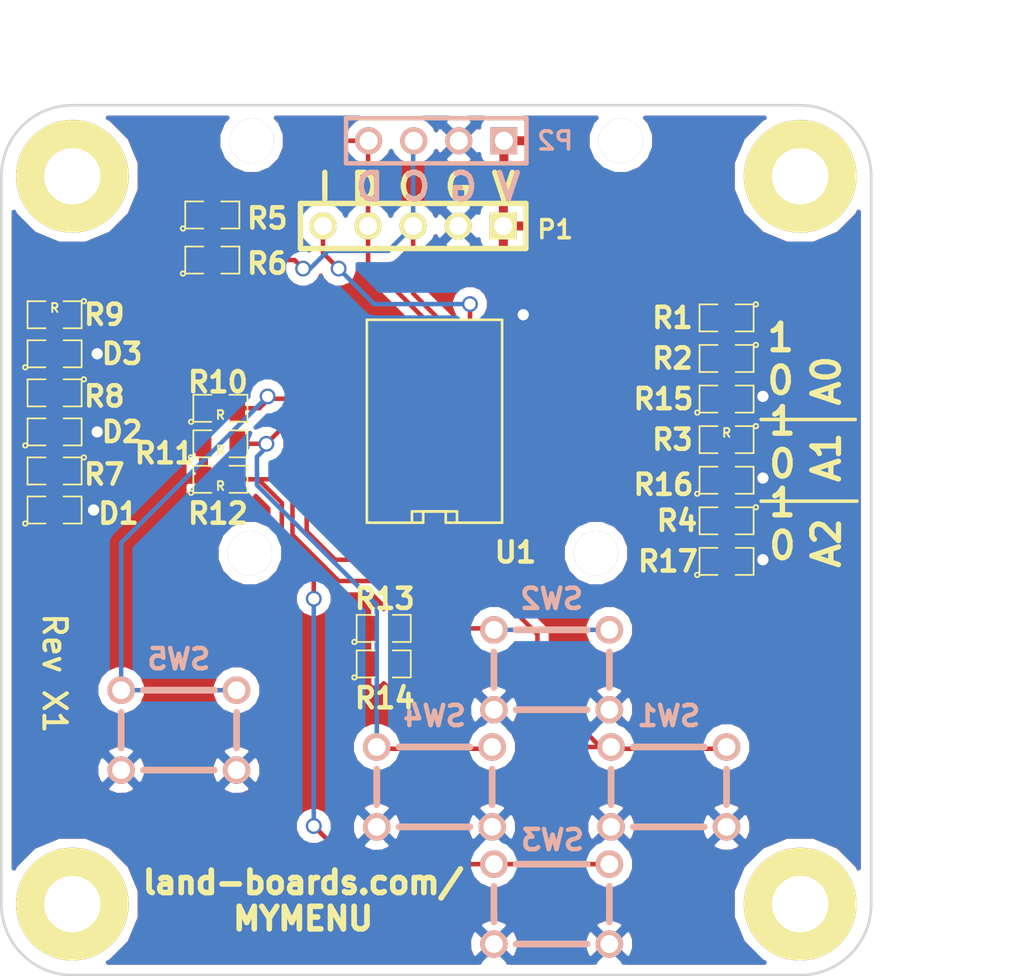
<source format=kicad_pcb>
(kicad_pcb (version 20211014) (generator pcbnew)
  (layers (0 "F.Cu" signal) (31 "B.Cu" signal) (34 "B.Paste" user) (35 "F.Paste" user) (36 "B.SilkS" user) (37 "F.SilkS" user) (38 "B.Mask" user) (39 "F.Mask" user) (44 "Edge.Cuts" user))
  (net 0 "")
  (net 1 "/A0")
  (net 2 "/A1")
  (net 3 "/A2")
  (net 4 "/GND")
  (net 5 "/SCL")
  (net 6 "/SDA")
  (net 7 "/VCC")
  (net 8 "N-000001")
  (net 9 "N-0000017")
  (net 10 "N-000002")
  (net 11 "N-0000023")
  (net 12 "N-0000024")
  (net 13 "N-0000025")
  (net 14 "N-0000027")
  (net 15 "N-0000028")
  (net 16 "N-000003")
  (net 17 "N-000004")
  (net 18 "N-000005")
  (net 19 "N-000006")
  (net 20 "N-000007")
  (footprint "MTG-4-40" (layer "F.Cu") (at 140 110)
    (fp_text reference "MTG4" hide)
    (fp_text value "CONN_1" hide)
    (pad "1" thru_hole circle locked (at 0 0) (size 6.35 6.35) (drill 3.175) (layers *.Cu *.Mask "F.SilkS"))
  )
  (footprint "MTG-4-40" (layer "F.Cu") (at 99 110)
    (fp_text reference "MTG3" hide)
    (fp_text value "CONN_1" hide)
    (pad "1" thru_hole circle locked (at 0 0) (size 6.35 6.35) (drill 3.175) (layers *.Cu *.Mask "F.SilkS"))
  )
  (footprint "MTG-4-40" (layer "F.Cu") (at 139 70)
    (fp_text reference "MTG2" hide)
    (fp_text value "CONN_1" hide)
    (pad "1" thru_hole circle locked (at 1 -1) (size 6.35 6.35) (drill 3.175) (layers *.Cu *.Mask "F.SilkS"))
  )
  (footprint "MTG-4-40" (layer "F.Cu") (at 99 69)
    (fp_text reference "MTG1" hide)
    (fp_text value "CONN_1" hide)
    (pad "1" thru_hole circle locked (at 0 0) (size 6.35 6.35) (drill 3.175) (layers *.Cu *.Mask "F.SilkS"))
  )
  (footprint "SM0805" (layer "F.Cu") (at 116.54 96.47)
    (fp_text reference "R14" (at 0.06 1.93) (layer "F.SilkS") (effects (font (size 1.143 1.143) (thickness 0.254))))
    (fp_text value "R" hide)
    (fp_line (start -1.524 0.762) (end -1.524 -0.762) (layer "F.SilkS") (width 0.09906))
    (fp_line (start -0.508 0.762) (end -1.524 0.762) (layer "F.SilkS") (width 0.09906))
    (fp_line (start 1.524 0.762) (end 0.508 0.762) (layer "F.SilkS") (width 0.09906))
    (fp_line (start 1.524 -0.762) (end 1.524 0.762) (layer "F.SilkS") (width 0.09906))
    (fp_line (start 0.508 -0.762) (end 1.524 -0.762) (layer "F.SilkS") (width 0.09906))
    (fp_line (start -1.524 -0.762) (end -0.508 -0.762) (layer "F.SilkS") (width 0.09906))
    (fp_circle (center -1.651 0.762) (end -1.651 0.635) (layer "F.SilkS") (width 0.09906) (fill none))
    (pad "1" smd rect locked (at -0.9525 0) (size 0.889 1.397) (layers "F.Cu" "F.Paste" "F.Mask") (net 7 "/VCC"))
    (pad "2" smd rect locked (at 0.9525 0) (size 0.889 1.397) (layers "F.Cu" "F.Paste" "F.Mask") (net 11 "N-0000023"))
  )
  (footprint "SM0805" (layer "F.Cu") (at 116.54 94.47)
    (fp_text reference "R13" (at 0.06 -1.67) (layer "F.SilkS") (effects (font (size 1.143 1.143) (thickness 0.254))))
    (fp_text value "R" hide)
    (fp_line (start -0.508 0.762) (end -1.524 0.762) (layer "F.SilkS") (width 0.09906))
    (fp_line (start 1.524 -0.762) (end 1.524 0.762) (layer "F.SilkS") (width 0.09906))
    (fp_line (start 1.524 0.762) (end 0.508 0.762) (layer "F.SilkS") (width 0.09906))
    (fp_line (start -1.524 -0.762) (end -0.508 -0.762) (layer "F.SilkS") (width 0.09906))
    (fp_line (start -1.524 0.762) (end -1.524 -0.762) (layer "F.SilkS") (width 0.09906))
    (fp_line (start 0.508 -0.762) (end 1.524 -0.762) (layer "F.SilkS") (width 0.09906))
    (fp_circle (center -1.651 0.762) (end -1.651 0.635) (layer "F.SilkS") (width 0.09906) (fill none))
    (pad "1" smd rect locked (at -0.9525 0) (size 0.889 1.397) (layers "F.Cu" "F.Paste" "F.Mask") (net 7 "/VCC"))
    (pad "2" smd rect locked (at 0.9525 0) (size 0.889 1.397) (layers "F.Cu" "F.Paste" "F.Mask") (net 12 "N-0000024"))
  )
  (footprint "SM0805" (layer "F.Cu") (at 107.34 86.07)
    (fp_text reference "R12" (at -0.14 1.93) (layer "F.SilkS") (effects (font (size 1.143 1.143) (thickness 0.254))))
    (fp_text value "R" (at 0 0.381) (layer "F.SilkS") (effects (font (size 0.50038 0.50038) (thickness 0.10922))))
    (fp_line (start -0.508 0.762) (end -1.524 0.762) (layer "F.SilkS") (width 0.09906))
    (fp_line (start -1.524 -0.762) (end -0.508 -0.762) (layer "F.SilkS") (width 0.09906))
    (fp_line (start -1.524 0.762) (end -1.524 -0.762) (layer "F.SilkS") (width 0.09906))
    (fp_line (start 1.524 -0.762) (end 1.524 0.762) (layer "F.SilkS") (width 0.09906))
    (fp_line (start 1.524 0.762) (end 0.508 0.762) (layer "F.SilkS") (width 0.09906))
    (fp_line (start 0.508 -0.762) (end 1.524 -0.762) (layer "F.SilkS") (width 0.09906))
    (fp_circle (center -1.651 0.762) (end -1.651 0.635) (layer "F.SilkS") (width 0.09906) (fill none))
    (pad "1" smd rect locked (at -0.9525 0) (size 0.889 1.397) (layers "F.Cu" "F.Paste" "F.Mask") (net 7 "/VCC"))
    (pad "2" smd rect locked (at 0.9525 0) (size 0.889 1.397) (layers "F.Cu" "F.Paste" "F.Mask") (net 13 "N-0000025"))
  )
  (footprint "SM0805" (layer "F.Cu") (at 107.34 84.07)
    (fp_text reference "R11" (at -3.14 0.53) (layer "F.SilkS") (effects (font (size 1.143 1.143) (thickness 0.254))))
    (fp_text value "R" (at 0 0.381) (layer "F.SilkS") (effects (font (size 0.50038 0.50038) (thickness 0.10922))))
    (fp_line (start -1.524 0.762) (end -1.524 -0.762) (layer "F.SilkS") (width 0.09906))
    (fp_line (start 1.524 -0.762) (end 1.524 0.762) (layer "F.SilkS") (width 0.09906))
    (fp_line (start -1.524 -0.762) (end -0.508 -0.762) (layer "F.SilkS") (width 0.09906))
    (fp_line (start -0.508 0.762) (end -1.524 0.762) (layer "F.SilkS") (width 0.09906))
    (fp_line (start 1.524 0.762) (end 0.508 0.762) (layer "F.SilkS") (width 0.09906))
    (fp_line (start 0.508 -0.762) (end 1.524 -0.762) (layer "F.SilkS") (width 0.09906))
    (fp_circle (center -1.651 0.762) (end -1.651 0.635) (layer "F.SilkS") (width 0.09906) (fill none))
    (pad "1" smd rect locked (at -0.9525 0) (size 0.889 1.397) (layers "F.Cu" "F.Paste" "F.Mask") (net 7 "/VCC"))
    (pad "2" smd rect locked (at 0.9525 0) (size 0.889 1.397) (layers "F.Cu" "F.Paste" "F.Mask") (net 14 "N-0000027"))
  )
  (footprint "SM0805" (layer "F.Cu") (at 107.34 82.07)
    (fp_text reference "R10" (at -0.14 -1.47) (layer "F.SilkS") (effects (font (size 1.143 1.143) (thickness 0.254))))
    (fp_text value "R" (at 0 0.381) (layer "F.SilkS") (effects (font (size 0.50038 0.50038) (thickness 0.10922))))
    (fp_line (start -1.524 -0.762) (end -0.508 -0.762) (layer "F.SilkS") (width 0.09906))
    (fp_line (start 1.524 0.762) (end 0.508 0.762) (layer "F.SilkS") (width 0.09906))
    (fp_line (start -0.508 0.762) (end -1.524 0.762) (layer "F.SilkS") (width 0.09906))
    (fp_line (start 0.508 -0.762) (end 1.524 -0.762) (layer "F.SilkS") (width 0.09906))
    (fp_line (start -1.524 0.762) (end -1.524 -0.762) (layer "F.SilkS") (width 0.09906))
    (fp_line (start 1.524 -0.762) (end 1.524 0.762) (layer "F.SilkS") (width 0.09906))
    (fp_circle (center -1.651 0.762) (end -1.651 0.635) (layer "F.SilkS") (width 0.09906) (fill none))
    (pad "1" smd rect locked (at -0.9525 0) (size 0.889 1.397) (layers "F.Cu" "F.Paste" "F.Mask") (net 7 "/VCC"))
    (pad "2" smd rect locked (at 0.9525 0) (size 0.889 1.397) (layers "F.Cu" "F.Paste" "F.Mask") (net 15 "N-0000028"))
  )
  (footprint "SM0805" (layer "F.Cu") (at 98 87.8)
    (fp_text reference "D1" (at 3.6 0.2) (layer "F.SilkS") (effects (font (size 1.143 1.143) (thickness 0.254))))
    (fp_text value "LED" hide)
    (fp_line (start 0.508 -0.762) (end 1.524 -0.762) (layer "F.SilkS") (width 0.09906))
    (fp_line (start -1.524 0.762) (end -1.524 -0.762) (layer "F.SilkS") (width 0.09906))
    (fp_line (start 1.524 -0.762) (end 1.524 0.762) (layer "F.SilkS") (width 0.09906))
    (fp_line (start 1.524 0.762) (end 0.508 0.762) (layer "F.SilkS") (width 0.09906))
    (fp_line (start -0.508 0.762) (end -1.524 0.762) (layer "F.SilkS") (width 0.09906))
    (fp_line (start -1.524 -0.762) (end -0.508 -0.762) (layer "F.SilkS") (width 0.09906))
    (fp_circle (center -1.651 0.762) (end -1.651 0.635) (layer "F.SilkS") (width 0.09906) (fill none))
    (pad "1" smd rect locked (at -0.9525 0) (size 0.889 1.397) (layers "F.Cu" "F.Paste" "F.Mask") (net 8 "N-000001"))
    (pad "2" smd rect locked (at 0.9525 0) (size 0.889 1.397) (layers "F.Cu" "F.Paste" "F.Mask") (net 4 "/GND"))
  )
  (footprint "SM0805" (layer "F.Cu") (at 98 83.4)
    (fp_text reference "D2" (at 3.8 0) (layer "F.SilkS") (effects (font (size 1.143 1.143) (thickness 0.254))))
    (fp_text value "LED" hide)
    (fp_line (start 0.508 -0.762) (end 1.524 -0.762) (layer "F.SilkS") (width 0.09906))
    (fp_line (start -1.524 -0.762) (end -0.508 -0.762) (layer "F.SilkS") (width 0.09906))
    (fp_line (start -0.508 0.762) (end -1.524 0.762) (layer "F.SilkS") (width 0.09906))
    (fp_line (start 1.524 -0.762) (end 1.524 0.762) (layer "F.SilkS") (width 0.09906))
    (fp_line (start 1.524 0.762) (end 0.508 0.762) (layer "F.SilkS") (width 0.09906))
    (fp_line (start -1.524 0.762) (end -1.524 -0.762) (layer "F.SilkS") (width 0.09906))
    (fp_circle (center -1.651 0.762) (end -1.651 0.635) (layer "F.SilkS") (width 0.09906) (fill none))
    (pad "1" smd rect locked (at -0.9525 0) (size 0.889 1.397) (layers "F.Cu" "F.Paste" "F.Mask") (net 16 "N-000003"))
    (pad "2" smd rect locked (at 0.9525 0) (size 0.889 1.397) (layers "F.Cu" "F.Paste" "F.Mask") (net 4 "/GND"))
  )
  (footprint "SM0805" (layer "F.Cu") (at 98 79)
    (fp_text reference "D3" (at 3.8 0) (layer "F.SilkS") (effects (font (size 1.143 1.143) (thickness 0.254))))
    (fp_text value "LED" hide)
    (fp_line (start -0.508 0.762) (end -1.524 0.762) (layer "F.SilkS") (width 0.09906))
    (fp_line (start 0.508 -0.762) (end 1.524 -0.762) (layer "F.SilkS") (width 0.09906))
    (fp_line (start 1.524 -0.762) (end 1.524 0.762) (layer "F.SilkS") (width 0.09906))
    (fp_line (start 1.524 0.762) (end 0.508 0.762) (layer "F.SilkS") (width 0.09906))
    (fp_line (start -1.524 -0.762) (end -0.508 -0.762) (layer "F.SilkS") (width 0.09906))
    (fp_line (start -1.524 0.762) (end -1.524 -0.762) (layer "F.SilkS") (width 0.09906))
    (fp_circle (center -1.651 0.762) (end -1.651 0.635) (layer "F.SilkS") (width 0.09906) (fill none))
    (pad "1" smd rect locked (at -0.9525 0) (size 0.889 1.397) (layers "F.Cu" "F.Paste" "F.Mask") (net 17 "N-000004"))
    (pad "2" smd rect locked (at 0.9525 0) (size 0.889 1.397) (layers "F.Cu" "F.Paste" "F.Mask") (net 4 "/GND"))
  )
  (footprint "SM0805" (layer "F.Cu") (at 98 85.6 180)
    (fp_text reference "R7" (at -2.8 -0.2 180) (layer "F.SilkS") (effects (font (size 1.143 1.143) (thickness 0.254))))
    (fp_text value "R" hide)
    (fp_line (start -0.508 0.762) (end -1.524 0.762) (layer "F.SilkS") (width 0.09906))
    (fp_line (start -1.524 -0.762) (end -0.508 -0.762) (layer "F.SilkS") (width 0.09906))
    (fp_line (start 1.524 0.762) (end 0.508 0.762) (layer "F.SilkS") (width 0.09906))
    (fp_line (start 1.524 -0.762) (end 1.524 0.762) (layer "F.SilkS") (width 0.09906))
    (fp_line (start 0.508 -0.762) (end 1.524 -0.762) (layer "F.SilkS") (width 0.09906))
    (fp_line (start -1.524 0.762) (end -1.524 -0.762) (layer "F.SilkS") (width 0.09906))
    (fp_circle (center -1.651 0.762) (end -1.651 0.635) (layer "F.SilkS") (width 0.09906) (fill none))
    (pad "1" smd rect locked (at -0.9525 0 180) (size 0.889 1.397) (layers "F.Cu" "F.Paste" "F.Mask") (net 18 "N-000005"))
    (pad "2" smd rect locked (at 0.9525 0 180) (size 0.889 1.397) (layers "F.Cu" "F.Paste" "F.Mask") (net 8 "N-000001"))
  )
  (footprint "SM0805" (layer "F.Cu") (at 98 81.2 180)
    (fp_text reference "R8" (at -2.8 -0.2 180) (layer "F.SilkS") (effects (font (size 1.143 1.143) (thickness 0.254))))
    (fp_text value "R" hide)
    (fp_line (start -1.524 0.762) (end -1.524 -0.762) (layer "F.SilkS") (width 0.09906))
    (fp_line (start -0.508 0.762) (end -1.524 0.762) (layer "F.SilkS") (width 0.09906))
    (fp_line (start 0.508 -0.762) (end 1.524 -0.762) (layer "F.SilkS") (width 0.09906))
    (fp_line (start 1.524 0.762) (end 0.508 0.762) (layer "F.SilkS") (width 0.09906))
    (fp_line (start 1.524 -0.762) (end 1.524 0.762) (layer "F.SilkS") (width 0.09906))
    (fp_line (start -1.524 -0.762) (end -0.508 -0.762) (layer "F.SilkS") (width 0.09906))
    (fp_circle (center -1.651 0.762) (end -1.651 0.635) (layer "F.SilkS") (width 0.09906) (fill none))
    (pad "1" smd rect locked (at -0.9525 0 180) (size 0.889 1.397) (layers "F.Cu" "F.Paste" "F.Mask") (net 10 "N-000002"))
    (pad "2" smd rect locked (at 0.9525 0 180) (size 0.889 1.397) (layers "F.Cu" "F.Paste" "F.Mask") (net 16 "N-000003"))
  )
  (footprint "SM0805" (layer "F.Cu") (at 98 76.8 180)
    (fp_text reference "R9" (at -2.8 0 180) (layer "F.SilkS") (effects (font (size 1.143 1.143) (thickness 0.254))))
    (fp_text value "R" (at 0 0.381 180) (layer "F.SilkS") (effects (font (size 0.50038 0.50038) (thickness 0.10922))))
    (fp_line (start 0.508 -0.762) (end 1.524 -0.762) (layer "F.SilkS") (width 0.09906))
    (fp_line (start -1.524 -0.762) (end -0.508 -0.762) (layer "F.SilkS") (width 0.09906))
    (fp_line (start -1.524 0.762) (end -1.524 -0.762) (layer "F.SilkS") (width 0.09906))
    (fp_line (start 1.524 0.762) (end 0.508 0.762) (layer "F.SilkS") (width 0.09906))
    (fp_line (start 1.524 -0.762) (end 1.524 0.762) (layer "F.SilkS") (width 0.09906))
    (fp_line (start -0.508 0.762) (end -1.524 0.762) (layer "F.SilkS") (width 0.09906))
    (fp_circle (center -1.651 0.762) (end -1.651 0.635) (layer "F.SilkS") (width 0.09906) (fill none))
    (pad "1" smd rect locked (at -0.9525 0 180) (size 0.889 1.397) (layers "F.Cu" "F.Paste" "F.Mask") (net 20 "N-000007"))
    (pad "2" smd rect locked (at 0.9525 0 180) (size 0.889 1.397) (layers "F.Cu" "F.Paste" "F.Mask") (net 17 "N-000004"))
  )
  (footprint "SM0805" (layer "F.Cu") (at 106.884 73.72)
    (fp_text reference "R6" (at 3.098 0.194) (layer "F.SilkS") (effects (font (size 1.143 1.143) (thickness 0.254))))
    (fp_text value "R" hide)
    (fp_line (start 1.524 -0.762) (end 1.524 0.762) (layer "F.SilkS") (width 0.09906))
    (fp_line (start 0.508 -0.762) (end 1.524 -0.762) (layer "F.SilkS") (width 0.09906))
    (fp_line (start 1.524 0.762) (end 0.508 0.762) (layer "F.SilkS") (width 0.09906))
    (fp_line (start -1.524 -0.762) (end -0.508 -0.762) (layer "F.SilkS") (width 0.09906))
    (fp_line (start -1.524 0.762) (end -1.524 -0.762) (layer "F.SilkS") (width 0.09906))
    (fp_line (start -0.508 0.762) (end -1.524 0.762) (layer "F.SilkS") (width 0.09906))
    (fp_circle (center -1.651 0.762) (end -1.651 0.635) (layer "F.SilkS") (width 0.09906) (fill none))
    (pad "1" smd rect locked (at -0.9525 0) (size 0.889 1.397) (layers "F.Cu" "F.Paste" "F.Mask") (net 7 "/VCC"))
    (pad "2" smd rect locked (at 0.9525 0) (size 0.889 1.397) (layers "F.Cu" "F.Paste" "F.Mask") (net 5 "/SCL"))
  )
  (footprint "SM0805" (layer "F.Cu") (at 106.884 71.18)
    (fp_text reference "R5" (at 3.098 0.194) (layer "F.SilkS") (effects (font (size 1.143 1.143) (thickness 0.254))))
    (fp_text value "R" hide)
    (fp_line (start -1.524 -0.762) (end -0.508 -0.762) (layer "F.SilkS") (width 0.09906))
    (fp_line (start 1.524 0.762) (end 0.508 0.762) (layer "F.SilkS") (width 0.09906))
    (fp_line (start 1.524 -0.762) (end 1.524 0.762) (layer "F.SilkS") (width 0.09906))
    (fp_line (start -1.524 0.762) (end -1.524 -0.762) (layer "F.SilkS") (width 0.09906))
    (fp_line (start 0.508 -0.762) (end 1.524 -0.762) (layer "F.SilkS") (width 0.09906))
    (fp_line (start -0.508 0.762) (end -1.524 0.762) (layer "F.SilkS") (width 0.09906))
    (fp_circle (center -1.651 0.762) (end -1.651 0.635) (layer "F.SilkS") (width 0.09906) (fill none))
    (pad "1" smd rect locked (at -0.9525 0) (size 0.889 1.397) (layers "F.Cu" "F.Paste" "F.Mask") (net 7 "/VCC"))
    (pad "2" smd rect locked (at 0.9525 0) (size 0.889 1.397) (layers "F.Cu" "F.Paste" "F.Mask") (net 6 "/SDA"))
  )
  (footprint "SM0805" (layer "F.Cu") (at 135.854 88.408 180)
    (fp_text reference "R4" (at 2.794 0 180) (layer "F.SilkS") (effects (font (size 1.143 1.143) (thickness 0.254))))
    (fp_text value "R" hide)
    (fp_line (start -1.524 0.762) (end -1.524 -0.762) (layer "F.SilkS") (width 0.09906))
    (fp_line (start -1.524 -0.762) (end -0.508 -0.762) (layer "F.SilkS") (width 0.09906))
    (fp_line (start 1.524 0.762) (end 0.508 0.762) (layer "F.SilkS") (width 0.09906))
    (fp_line (start 0.508 -0.762) (end 1.524 -0.762) (layer "F.SilkS") (width 0.09906))
    (fp_line (start 1.524 -0.762) (end 1.524 0.762) (layer "F.SilkS") (width 0.09906))
    (fp_line (start -0.508 0.762) (end -1.524 0.762) (layer "F.SilkS") (width 0.09906))
    (fp_circle (center -1.651 0.762) (end -1.651 0.635) (layer "F.SilkS") (width 0.09906) (fill none))
    (pad "1" smd rect locked (at -0.9525 0 180) (size 0.889 1.397) (layers "F.Cu" "F.Paste" "F.Mask") (net 7 "/VCC"))
    (pad "2" smd rect locked (at 0.9525 0 180) (size 0.889 1.397) (layers "F.Cu" "F.Paste" "F.Mask") (net 3 "/A2"))
  )
  (footprint "SM0805" (layer "F.Cu") (at 135.854 83.836 180)
    (fp_text reference "R3" (at 3.048 0 180) (layer "F.SilkS") (effects (font (size 1.143 1.143) (thickness 0.254))))
    (fp_text value "R" (at 0 0.381 180) (layer "F.SilkS") (effects (font (size 0.50038 0.50038) (thickness 0.10922))))
    (fp_line (start 0.508 -0.762) (end 1.524 -0.762) (layer "F.SilkS") (width 0.09906))
    (fp_line (start -1.524 0.762) (end -1.524 -0.762) (layer "F.SilkS") (width 0.09906))
    (fp_line (start 1.524 0.762) (end 0.508 0.762) (layer "F.SilkS") (width 0.09906))
    (fp_line (start -0.508 0.762) (end -1.524 0.762) (layer "F.SilkS") (width 0.09906))
    (fp_line (start -1.524 -0.762) (end -0.508 -0.762) (layer "F.SilkS") (width 0.09906))
    (fp_line (start 1.524 -0.762) (end 1.524 0.762) (layer "F.SilkS") (width 0.09906))
    (fp_circle (center -1.651 0.762) (end -1.651 0.635) (layer "F.SilkS") (width 0.09906) (fill none))
    (pad "1" smd rect locked (at -0.9525 0 180) (size 0.889 1.397) (layers "F.Cu" "F.Paste" "F.Mask") (net 7 "/VCC"))
    (pad "2" smd rect locked (at 0.9525 0 180) (size 0.889 1.397) (layers "F.Cu" "F.Paste" "F.Mask") (net 2 "/A1"))
  )
  (footprint "SM0805" (layer "F.Cu") (at 135.854 79.264 180)
    (fp_text reference "R2" (at 3.048 0 180) (layer "F.SilkS") (effects (font (size 1.143 1.143) (thickness 0.254))))
    (fp_text value "R" hide)
    (fp_line (start 1.524 -0.762) (end 1.524 0.762) (layer "F.SilkS") (width 0.09906))
    (fp_line (start -0.508 0.762) (end -1.524 0.762) (layer "F.SilkS") (width 0.09906))
    (fp_line (start 0.508 -0.762) (end 1.524 -0.762) (layer "F.SilkS") (width 0.09906))
    (fp_line (start -1.524 0.762) (end -1.524 -0.762) (layer "F.SilkS") (width 0.09906))
    (fp_line (start 1.524 0.762) (end 0.508 0.762) (layer "F.SilkS") (width 0.09906))
    (fp_line (start -1.524 -0.762) (end -0.508 -0.762) (layer "F.SilkS") (width 0.09906))
    (fp_circle (center -1.651 0.762) (end -1.651 0.635) (layer "F.SilkS") (width 0.09906) (fill none))
    (pad "1" smd rect locked (at -0.9525 0 180) (size 0.889 1.397) (layers "F.Cu" "F.Paste" "F.Mask") (net 7 "/VCC"))
    (pad "2" smd rect locked (at 0.9525 0 180) (size 0.889 1.397) (layers "F.Cu" "F.Paste" "F.Mask") (net 1 "/A0"))
  )
  (footprint "SM0805" (layer "F.Cu") (at 135.854 76.978 180)
    (fp_text reference "R1" (at 3.048 0 180) (layer "F.SilkS") (effects (font (size 1.143 1.143) (thickness 0.254))))
    (fp_text value "R" hide)
    (fp_line (start -0.508 0.762) (end -1.524 0.762) (layer "F.SilkS") (width 0.09906))
    (fp_line (start -1.524 0.762) (end -1.524 -0.762) (layer "F.SilkS") (width 0.09906))
    (fp_line (start 1.524 0.762) (end 0.508 0.762) (layer "F.SilkS") (width 0.09906))
    (fp_line (start 0.508 -0.762) (end 1.524 -0.762) (layer "F.SilkS") (width 0.09906))
    (fp_line (start 1.524 -0.762) (end 1.524 0.762) (layer "F.SilkS") (width 0.09906))
    (fp_line (start -1.524 -0.762) (end -0.508 -0.762) (layer "F.SilkS") (width 0.09906))
    (fp_circle (center -1.651 0.762) (end -1.651 0.635) (layer "F.SilkS") (width 0.09906) (fill none))
    (pad "1" smd rect locked (at -0.9525 0 180) (size 0.889 1.397) (layers "F.Cu" "F.Paste" "F.Mask") (net 7 "/VCC"))
    (pad "2" smd rect locked (at 0.9525 0 180) (size 0.889 1.397) (layers "F.Cu" "F.Paste" "F.Mask") (net 19 "N-000006"))
  )
  (footprint "SO18W" (layer "F.Cu") (at 119.4 82.8 90)
    (fp_text reference "U1" (at -7.386 4.562 180) (layer "F.SilkS") (effects (font (size 1.143 1.143) (thickness 0.254))))
    (fp_text value "MCP23008SO" hide)
    (fp_line (start -5.715 -1.27) (end -5.715 -3.81) (layer "F.SilkS") (width 0.15))
    (fp_line (start -5.715 -3.81) (end 5.715 -3.81) (layer "F.SilkS") (width 0.15))
    (fp_line (start -5.08 1.27) (end -5.08 -1.27) (layer "F.SilkS") (width 0.15))
    (fp_line (start 5.715 3.81) (end -5.715 3.81) (layer "F.SilkS") (width 0.15))
    (fp_line (start -5.08 0.635) (end -5.08 -0.635) (layer "F.SilkS") (width 0.15))
    (fp_line (start -5.715 3.81) (end -5.715 1.27) (layer "F.SilkS") (width 0.15))
    (fp_line (start -5.715 0.635) (end -5.08 0.635) (layer "F.SilkS") (width 0.15))
    (fp_line (start -5.715 -0.635) (end -5.715 -1.27) (layer "F.SilkS") (width 0.15))
    (fp_line (start -5.715 1.27) (end -5.715 0.635) (layer "F.SilkS") (width 0.15))
    (fp_line (start -5.08 -1.27) (end -5.715 -1.27) (layer "F.SilkS") (width 0.15))
    (fp_line (start -5.08 -0.635) (end -5.715 -0.635) (layer "F.SilkS") (width 0.15))
    (fp_line (start 5.715 -3.81) (end 5.715 3.81) (layer "F.SilkS") (width 0.15))
    (fp_line (start -5.715 1.27) (end -5.08 1.27) (layer "F.SilkS") (width 0.15))
    (pad "1" smd rect locked (at -5.08 5.08 90) (size 0.508 1.143) (layers "F.Cu" "F.Paste" "F.Mask") (net 5 "/SCL"))
    (pad "2" smd rect locked (at -3.81 5.08 90) (size 0.508 1.143) (layers "F.Cu" "F.Paste" "F.Mask") (net 6 "/SDA"))
    (pad "3" smd rect locked (at -2.54 5.08 90) (size 0.508 1.143) (layers "F.Cu" "F.Paste" "F.Mask") (net 3 "/A2"))
    (pad "4" smd rect locked (at -1.27 5.08 90) (size 0.508 1.143) (layers "F.Cu" "F.Paste" "F.Mask") (net 2 "/A1"))
    (pad "5" smd rect locked (at 0 5.08 90) (size 0.508 1.143) (layers "F.Cu" "F.Paste" "F.Mask") (net 1 "/A0"))
    (pad "6" smd rect locked (at 1.27 5.08 90) (size 0.508 1.143) (layers "F.Cu" "F.Paste" "F.Mask") (net 19 "N-000006"))
    (pad "7" smd rect locked (at 2.54 5.08 90) (size 0.508 1.143) (layers "F.Cu" "F.Paste" "F.Mask"))
    (pad "8" smd rect locked (at 3.81 5.08 90) (size 0.508 1.143) (layers "F.Cu" "F.Paste" "F.Mask") (net 9 "N-0000017"))
    (pad "9" smd rect locked (at 5.08 5.08 90) (size 0.508 1.143) (layers "F.Cu" "F.Paste" "F.Mask") (net 4 "/GND"))
    (pad "10" smd rect locked (at 5.08 -5.08 90) (size 0.508 1.143) (layers "F.Cu" "F.Paste" "F.Mask") (net 20 "N-000007"))
    (pad "11" smd rect locked (at 3.81 -5.08 90) (size 0.508 1.143) (layers "F.Cu" "F.Paste" "F.Mask") (net 10 "N-000002"))
    (pad "12" smd rect locked (at 2.54 -5.08 90) (size 0.508 1.143) (layers "F.Cu" "F.Paste" "F.Mask") (net 18 "N-000005"))
    (pad "13" smd rect locked (at 1.27 -5.08 90) (size 0.508 1.143) (layers "F.Cu" "F.Paste" "F.Mask") (net 15 "N-0000028"))
    (pad "14" smd rect locked (at 0 -5.08 90) (size 0.508 1.143) (layers "F.Cu" "F.Paste" "F.Mask") (net 14 "N-0000027"))
    (pad "15" smd rect locked (at -1.27 -5.08 90) (size 0.508 1.143) (layers "F.Cu" "F.Paste" "F.Mask") (net 13 "N-0000025"))
    (pad "16" smd rect locked (at -2.54 -5.08 90) (size 0.508 1.143) (layers "F.Cu" "F.Paste" "F.Mask") (net 12 "N-0000024"))
    (pad "17" smd rect locked (at -3.81 -5.08 90) (size 0.508 1.143) (layers "F.Cu" "F.Paste" "F.Mask") (net 11 "N-0000023"))
    (pad "18" smd rect locked (at -5.08 -5.08 90) (size 0.508 1.143) (layers "F.Cu" "F.Paste" "F.Mask") (net 7 "/VCC"))
  )
  (footprint "SM0805" (layer "F.Cu") (at 135.854 90.694)
    (fp_text reference "R17" (at -3.302 0) (layer "F.SilkS") (effects (font (size 1.143 1.143) (thickness 0.254))))
    (fp_text value "R" hide)
    (fp_line (start -1.524 -0.762) (end -0.508 -0.762) (layer "F.SilkS") (width 0.09906))
    (fp_line (start 1.524 -0.762) (end 1.524 0.762) (layer "F.SilkS") (width 0.09906))
    (fp_line (start 1.524 0.762) (end 0.508 0.762) (layer "F.SilkS") (width 0.09906))
    (fp_line (start -1.524 0.762) (end -1.524 -0.762) (layer "F.SilkS") (width 0.09906))
    (fp_line (start 0.508 -0.762) (end 1.524 -0.762) (layer "F.SilkS") (width 0.09906))
    (fp_line (start -0.508 0.762) (end -1.524 0.762) (layer "F.SilkS") (width 0.09906))
    (fp_circle (center -1.651 0.762) (end -1.651 0.635) (layer "F.SilkS") (width 0.09906) (fill none))
    (pad "1" smd rect locked (at -0.9525 0) (size 0.889 1.397) (layers "F.Cu" "F.Paste" "F.Mask") (net 3 "/A2"))
    (pad "2" smd rect locked (at 0.9525 0) (size 0.889 1.397) (layers "F.Cu" "F.Paste" "F.Mask") (net 4 "/GND"))
  )
  (footprint "SM0805" (layer "F.Cu") (at 135.854 86.122)
    (fp_text reference "R16" (at -3.556 0.254) (layer "F.SilkS") (effects (font (size 1.143 1.143) (thickness 0.254))))
    (fp_text value "R" hide)
    (fp_line (start -0.508 0.762) (end -1.524 0.762) (layer "F.SilkS") (width 0.09906))
    (fp_line (start 1.524 -0.762) (end 1.524 0.762) (layer "F.SilkS") (width 0.09906))
    (fp_line (start 0.508 -0.762) (end 1.524 -0.762) (layer "F.SilkS") (width 0.09906))
    (fp_line (start -1.524 0.762) (end -1.524 -0.762) (layer "F.SilkS") (width 0.09906))
    (fp_line (start 1.524 0.762) (end 0.508 0.762) (layer "F.SilkS") (width 0.09906))
    (fp_line (start -1.524 -0.762) (end -0.508 -0.762) (layer "F.SilkS") (width 0.09906))
    (fp_circle (center -1.651 0.762) (end -1.651 0.635) (layer "F.SilkS") (width 0.09906) (fill none))
    (pad "1" smd rect locked (at -0.9525 0) (size 0.889 1.397) (layers "F.Cu" "F.Paste" "F.Mask") (net 2 "/A1"))
    (pad "2" smd rect locked (at 0.9525 0) (size 0.889 1.397) (layers "F.Cu" "F.Paste" "F.Mask") (net 4 "/GND"))
  )
  (footprint "SM0805" (layer "F.Cu") (at 135.854 81.55)
    (fp_text reference "R15" (at -3.556 0) (layer "F.SilkS") (effects (font (size 1.143 1.143) (thickness 0.254))))
    (fp_text value "R" hide)
    (fp_line (start -1.524 -0.762) (end -0.508 -0.762) (layer "F.SilkS") (width 0.09906))
    (fp_line (start 0.508 -0.762) (end 1.524 -0.762) (layer "F.SilkS") (width 0.09906))
    (fp_line (start 1.524 0.762) (end 0.508 0.762) (layer "F.SilkS") (width 0.09906))
    (fp_line (start -1.524 0.762) (end -1.524 -0.762) (layer "F.SilkS") (width 0.09906))
    (fp_line (start -0.508 0.762) (end -1.524 0.762) (layer "F.SilkS") (width 0.09906))
    (fp_line (start 1.524 -0.762) (end 1.524 0.762) (layer "F.SilkS") (width 0.09906))
    (fp_circle (center -1.651 0.762) (end -1.651 0.635) (layer "F.SilkS") (width 0.09906) (fill none))
    (pad "1" smd rect locked (at -0.9525 0) (size 0.889 1.397) (layers "F.Cu" "F.Paste" "F.Mask") (net 1 "/A0"))
    (pad "2" smd rect locked (at 0.9525 0) (size 0.889 1.397) (layers "F.Cu" "F.Paste" "F.Mask") (net 4 "/GND"))
  )
  (footprint "PIN_ARRAY_5X1" (layer "F.Cu") (at 118.2 71.8 180)
    (fp_text reference "P1" (at -8 -0.2 180) (layer "F.SilkS") (effects (font (size 1.016 1.016) (thickness 0.2032))))
    (fp_text value "CONN_5" hide)
    (fp_line (start -6.35 -1.27) (end -6.35 1.27) (layer "F.SilkS") (width 0.3048))
    (fp_line (start 6.35 1.27) (end -6.35 1.27) (layer "F.SilkS") (width 0.3048))
    (fp_line (start -6.35 -1.27) (end 6.35 -1.27) (layer "F.SilkS") (width 0.3048))
    (fp_line (start 6.35 1.27) (end 6.35 -1.27) (layer "F.SilkS") (width 0.3048))
    (pad "1" thru_hole rect locked (at -5.08 0 180) (size 1.524 1.524) (drill 1.016) (layers *.Cu *.Mask "F.SilkS") (net 7 "/VCC"))
    (pad "2" thru_hole circle locked (at -2.54 0 180) (size 1.524 1.524) (drill 1.016) (layers *.Cu *.Mask "F.SilkS") (net 4 "/GND"))
    (pad "3" thru_hole circle locked (at 0 0 180) (size 1.524 1.524) (drill 1.016) (layers *.Cu *.Mask "F.SilkS") (net 5 "/SCL"))
    (pad "4" thru_hole circle locked (at 2.54 0 180) (size 1.524 1.524) (drill 1.016) (layers *.Cu *.Mask "F.SilkS") (net 6 "/SDA"))
    (pad "5" thru_hole circle locked (at 5.08 0 180) (size 1.524 1.524) (drill 1.016) (layers *.Cu *.Mask "F.SilkS") (net 9 "N-0000017"))
  )
  (footprint "MTG-2.5MM" (layer "F.Cu") (at 128.5 91.5)
    (fp_text reference "MTG5" hide)
    (fp_text value "CONN_1" hide)
    (pad "1" thru_hole circle locked (at 0 -1.27) (size 2.5 2.5) (drill 2.49936) (layers *.Cu *.Mask "F.SilkS"))
  )
  (footprint "MTG-2.5MM" (layer "F.Cu") (at 109 91.5)
    (fp_text reference "MTG6" hide)
    (fp_text value "CONN_1" hide)
    (pad "1" thru_hole circle locked (at 0 -1.27) (size 2.5 2.5) (drill 2.49936) (layers *.Cu *.Mask "F.SilkS"))
  )
  (footprint "MTG-2.5MM" (layer "F.Cu") (at 129.9 68.2)
    (fp_text reference "MTG7" hide)
    (fp_text value "CONN_1" hide)
    (pad "1" thru_hole circle locked (at 0 -1.2) (size 2.5 2.5) (drill 2.49936) (layers *.Cu *.Mask "F.SilkS"))
  )
  (footprint "MTG-2.5MM" (layer "F.Cu") (at 109.1 68.2)
    (fp_text reference "MTG8" hide)
    (fp_text value "CONN_1" hide)
    (pad "1" thru_hole circle locked (at 0 -1.2) (size 2.5 2.5) (drill 2.49936) (layers *.Cu *.Mask "F.SilkS"))
  )
  (footprint "SW-PB-6MM" (layer "B.Cu") (at 132.6 103.4 180)
    (fp_text reference "SW1" (at 0 4 180) (layer "B.SilkS") (effects (font (size 1.143 1.143) (thickness 0.254)) (justify mirror)))
    (fp_text value "SW_PUSH_OMRON" hide)
    (fp_line (start -1.99898 -2.25044) (end 1.99898 -2.25044) (layer "B.SilkS") (width 0.381))
    (fp_line (start 3.2512 -0.7493) (end 3.2512 -1.00076) (layer "B.SilkS") (width 0.381))
    (fp_line (start -3.2512 1.00076) (end -3.2512 -1.00076) (layer "B.SilkS") (width 0.381))
    (fp_line (start 3.2512 1.00076) (end 3.2512 -0.7493) (layer "B.SilkS") (width 0.381))
    (fp_line (start -1.99898 2.25044) (end 1.99898 2.25044) (layer "B.SilkS") (width 0.381))
    (pad "1" thru_hole circle locked (at -3.2512 2.25044 180) (size 1.5494 1.5494) (drill 1.00076) (layers *.Cu *.Mask "B.SilkS") (net 11 "N-0000023"))
    (pad "2" thru_hole circle locked (at 3.2512 2.25044 180) (size 1.5494 1.5494) (drill 1.00076) (layers *.Cu *.Mask "B.SilkS") (net 11 "N-0000023"))
    (pad "3" thru_hole circle locked (at -3.2512 -2.25044 180) (size 1.5494 1.5494) (drill 1.00076) (layers *.Cu *.Mask "B.SilkS") (net 4 "/GND"))
    (pad "4" thru_hole circle locked (at 3.2512 -2.25044 180) (size 1.5494 1.5494) (drill 1.00076) (layers *.Cu *.Mask "B.SilkS") (net 4 "/GND"))
  )
  (footprint "SW-PB-6MM" (layer "B.Cu") (at 126 96.8 180)
    (fp_text reference "SW2" (at 0 4 180) (layer "B.SilkS") (effects (font (size 1.143 1.143) (thickness 0.254)) (justify mirror)))
    (fp_text value "SW_PUSH_OMRON" hide)
    (fp_line (start -3.2512 1.00076) (end -3.2512 -1.00076) (layer "B.SilkS") (width 0.381))
    (fp_line (start 3.2512 1.00076) (end 3.2512 -0.7493) (layer "B.SilkS") (width 0.381))
    (fp_line (start 3.2512 -0.7493) (end 3.2512 -1.00076) (layer "B.SilkS") (width 0.381))
    (fp_line (start -1.99898 2.25044) (end 1.99898 2.25044) (layer "B.SilkS") (width 0.381))
    (fp_line (start -1.99898 -2.25044) (end 1.99898 -2.25044) (layer "B.SilkS") (width 0.381))
    (pad "1" thru_hole circle locked (at -3.2512 2.25044 180) (size 1.5494 1.5494) (drill 1.00076) (layers *.Cu *.Mask "B.SilkS") (net 12 "N-0000024"))
    (pad "2" thru_hole circle locked (at 3.2512 2.25044 180) (size 1.5494 1.5494) (drill 1.00076) (layers *.Cu *.Mask "B.SilkS") (net 12 "N-0000024"))
    (pad "3" thru_hole circle locked (at -3.2512 -2.25044 180) (size 1.5494 1.5494) (drill 1.00076) (layers *.Cu *.Mask "B.SilkS") (net 4 "/GND"))
    (pad "4" thru_hole circle locked (at 3.2512 -2.25044 180) (size 1.5494 1.5494) (drill 1.00076) (layers *.Cu *.Mask "B.SilkS") (net 4 "/GND"))
  )
  (footprint "SW-PB-6MM" (layer "B.Cu") (at 126 110 180)
    (fp_text reference "SW3" (at -0.054 3.612 180) (layer "B.SilkS") (effects (font (size 1.143 1.143) (thickness 0.254)) (justify mirror)))
    (fp_text value "SW_PUSH_OMRON" hide)
    (fp_line (start 3.2512 -0.7493) (end 3.2512 -1.00076) (layer "B.SilkS") (width 0.381))
    (fp_line (start -1.99898 -2.25044) (end 1.99898 -2.25044) (layer "B.SilkS") (width 0.381))
    (fp_line (start -1.99898 2.25044) (end 1.99898 2.25044) (layer "B.SilkS") (width 0.381))
    (fp_line (start 3.2512 1.00076) (end 3.2512 -0.7493) (layer "B.SilkS") (width 0.381))
    (fp_line (start -3.2512 1.00076) (end -3.2512 -1.00076) (layer "B.SilkS") (width 0.381))
    (pad "1" thru_hole circle locked (at -3.2512 2.25044 180) (size 1.5494 1.5494) (drill 1.00076) (layers *.Cu *.Mask "B.SilkS") (net 13 "N-0000025"))
    (pad "2" thru_hole circle locked (at 3.2512 2.25044 180) (size 1.5494 1.5494) (drill 1.00076) (layers *.Cu *.Mask "B.SilkS") (net 13 "N-0000025"))
    (pad "3" thru_hole circle locked (at -3.2512 -2.25044 180) (size 1.5494 1.5494) (drill 1.00076) (layers *.Cu *.Mask "B.SilkS") (net 4 "/GND"))
    (pad "4" thru_hole circle locked (at 3.2512 -2.25044 180) (size 1.5494 1.5494) (drill 1.00076) (layers *.Cu *.Mask "B.SilkS") (net 4 "/GND"))
  )
  (footprint "SW-PB-6MM" (layer "B.Cu") (at 119.4 103.4 180)
    (fp_text reference "SW4" (at 0 4 180) (layer "B.SilkS") (effects (font (size 1.143 1.143) (thickness 0.254)) (justify mirror)))
    (fp_text value "SW_PUSH_OMRON" hide)
    (fp_line (start -1.99898 -2.25044) (end 1.99898 -2.25044) (layer "B.SilkS") (width 0.381))
    (fp_line (start -3.2512 1.00076) (end -3.2512 -1.00076) (layer "B.SilkS") (width 0.381))
    (fp_line (start 3.2512 -0.7493) (end 3.2512 -1.00076) (layer "B.SilkS") (width 0.381))
    (fp_line (start -1.99898 2.25044) (end 1.99898 2.25044) (layer "B.SilkS") (width 0.381))
    (fp_line (start 3.2512 1.00076) (end 3.2512 -0.7493) (layer "B.SilkS") (width 0.381))
    (pad "1" thru_hole circle locked (at -3.2512 2.25044 180) (size 1.5494 1.5494) (drill 1.00076) (layers *.Cu *.Mask "B.SilkS") (net 14 "N-0000027"))
    (pad "2" thru_hole circle locked (at 3.2512 2.25044 180) (size 1.5494 1.5494) (drill 1.00076) (layers *.Cu *.Mask "B.SilkS") (net 14 "N-0000027"))
    (pad "3" thru_hole circle locked (at -3.2512 -2.25044 180) (size 1.5494 1.5494) (drill 1.00076) (layers *.Cu *.Mask "B.SilkS") (net 4 "/GND"))
    (pad "4" thru_hole circle locked (at 3.2512 -2.25044 180) (size 1.5494 1.5494) (drill 1.00076) (layers *.Cu *.Mask "B.SilkS") (net 4 "/GND"))
  )
  (footprint "SW-PB-6MM" (layer "B.Cu") (at 105 100.2 180)
    (fp_text reference "SW5" (at 0 4 180) (layer "B.SilkS") (effects (font (size 1.143 1.143) (thickness 0.254)) (justify mirror)))
    (fp_text value "SW_PUSH_OMRON" hide)
    (fp_line (start -1.99898 -2.25044) (end 1.99898 -2.25044) (layer "B.SilkS") (width 0.381))
    (fp_line (start -3.2512 1.00076) (end -3.2512 -1.00076) (layer "B.SilkS") (width 0.381))
    (fp_line (start 3.2512 1.00076) (end 3.2512 -0.7493) (layer "B.SilkS") (width 0.381))
    (fp_line (start 3.2512 -0.7493) (end 3.2512 -1.00076) (layer "B.SilkS") (width 0.381))
    (fp_line (start -1.99898 2.25044) (end 1.99898 2.25044) (layer "B.SilkS") (width 0.381))
    (pad "1" thru_hole circle locked (at -3.2512 2.25044 180) (size 1.5494 1.5494) (drill 1.00076) (layers *.Cu *.Mask "B.SilkS") (net 15 "N-0000028"))
    (pad "2" thru_hole circle locked (at 3.2512 2.25044 180) (size 1.5494 1.5494) (drill 1.00076) (layers *.Cu *.Mask "B.SilkS") (net 15 "N-0000028"))
    (pad "3" thru_hole circle locked (at -3.2512 -2.25044 180) (size 1.5494 1.5494) (drill 1.00076) (layers *.Cu *.Mask "B.SilkS") (net 4 "/GND"))
    (pad "4" thru_hole circle locked (at 3.2512 -2.25044 180) (size 1.5494 1.5494) (drill 1.00076) (layers *.Cu *.Mask "B.SilkS") (net 4 "/GND"))
  )
  (footprint "PIN_ARRAY_4X1" (layer "B.Cu") (at 119.5 67 180)
    (fp_text reference "P2" (at -6.7 0 180) (layer "B.SilkS") (effects (font (size 1.016 1.016) (thickness 0.2032)) (justify mirror)))
    (fp_text value "CONN_4" hide)
    (fp_line (start -5.08 1.27) (end -5.08 -1.27) (layer "B.SilkS") (width 0.254))
    (fp_line (start 5.08 -1.27) (end -5.08 -1.27) (layer "B.SilkS") (width 0.254))
    (fp_line (start 5.08 -1.27) (end 5.08 1.27) (layer "B.SilkS") (width 0.254))
    (fp_line (start 5.08 1.27) (end -5.08 1.27) (layer "B.SilkS") (width 0.254))
    (pad "1" thru_hole rect locked (at -3.81 0 180) (size 1.524 1.524) (drill 1.016) (layers *.Cu *.Mask "B.SilkS") (net 7 "/VCC"))
    (pad "2" thru_hole circle locked (at -1.27 0 180) (size 1.524 1.524) (drill 1.016) (layers *.Cu *.Mask "B.SilkS") (net 4 "/GND"))
    (pad "3" thru_hole circle locked (at 1.27 0 180) (size 1.524 1.524) (drill 1.016) (layers *.Cu *.Mask "B.SilkS") (net 5 "/SCL"))
    (pad "4" thru_hole circle locked (at 3.81 0 180) (size 1.524 1.524) (drill 1.016) (layers *.Cu *.Mask "B.SilkS") (net 6 "/SDA"))
  )
  (gr_line (start 137.8 82.7) (end 143.1 82.7) (layer "F.SilkS") (width 0.2))
  (gr_line (start 137.8 87.3) (end 143.2 87.3) (layer "F.SilkS") (width 0.2))
  (gr_arc (start 144 110) (mid 142.828427 112.828427) (end 140 114) (layer "Edge.Cuts") (width 0.15))
  (gr_line (start 140 65) (end 99 65) (layer "Edge.Cuts") (width 0.15))
  (gr_line (start 95 69) (end 95 110) (layer "Edge.Cuts") (width 0.15))
  (gr_arc (start 140 65) (mid 142.828427 66.171573) (end 144 69) (layer "Edge.Cuts") (width 0.15))
  (gr_arc (start 95 69) (mid 96.171573 66.171573) (end 99 65) (layer "Edge.Cuts") (width 0.15))
  (gr_line (start 144 110) (end 144 69) (layer "Edge.Cuts") (width 0.15))
  (gr_arc (start 99 114) (mid 96.171573 112.828427) (end 95 110) (layer "Edge.Cuts") (width 0.15))
  (gr_line (start 99 114) (end 140 114) (layer "Edge.Cuts") (width 0.15))
  (gr_text "V G C D" (at 119.6 69.6) (layer "B.SilkS") (effects (font (size 1.5 1.5) (thickness 0.3)) (justify mirror)))
  (gr_text "1\n0" (at 139 84) (layer "F.SilkS") (effects (font (size 1.5 1.5) (thickness 0.3))))
  (gr_text "I D C G V" (at 118.4 69.6) (layer "F.SilkS") (effects (font (size 1.5 1.5) (thickness 0.3))))
  (gr_text "land-boards.com/\nMYMENU" (at 112 109.8) (layer "F.SilkS") (effects (font (size 1.27 1.27) (thickness 0.3175))))
  (gr_text "1\n0" (at 138.9 79.3) (layer "F.SilkS") (effects (font (size 1.5 1.5) (thickness 0.3))))
  (gr_text "A2" (at 141.478 89.662 90) (layer "F.SilkS") (effects (font (size 1.5 1.5) (thickness 0.3))))
  (gr_text "A0" (at 141.478 80.518 90) (layer "F.SilkS") (effects (font (size 1.5 1.5) (thickness 0.3))))
  (gr_text "A1" (at 141.478 84.836 90) (layer "F.SilkS") (effects (font (size 1.5 1.5) (thickness 0.3))))
  (gr_text "1\n0" (at 139 88.6) (layer "F.SilkS") (effects (font (size 1.5 1.5) (thickness 0.3))))
  (gr_text "Rev X1" (at 98 97 270) (layer "F.SilkS") (effects (font (size 1.27 1.27) (thickness 0.22225))))
  (segment (start 131.8 82.8) (end 133.05 81.55) (width 0.254) (layer "F.Cu") (net 1))
  (segment (start 133.05 81.55) (end 134.9015 81.55) (width 0.254) (layer "F.Cu") (net 1))
  (segment (start 124.48 82.8) (end 131.8 82.8) (width 0.254) (layer "F.Cu") (net 1))
  (segment (start 134.9015 79.264) (end 134.9015 81.55) (width 0.254) (layer "F.Cu") (net 1))
  (segment (start 127.63 84.07) (end 127.864 83.836) (width 0.254) (layer "F.Cu") (net 2))
  (segment (start 127.864 83.836) (end 134.9015 83.836) (width 0.254) (layer "F.Cu") (net 2))
  (segment (start 134.9015 86.122) (end 134.9015 83.836) (width 0.254) (layer "F.Cu") (net 2))
  (segment (start 124.48 84.07) (end 127.63 84.07) (width 0.254) (layer "F.Cu") (net 2))
  (segment (start 131.54 85.34) (end 132.8 86.6) (width 0.254) (layer "F.Cu") (net 3))
  (segment (start 132.8 86.6) (end 132.8 87.8) (width 0.254) (layer "F.Cu") (net 3))
  (segment (start 132.8 87.8) (end 133.408 88.408) (width 0.254) (layer "F.Cu") (net 3))
  (segment (start 133.408 88.408) (end 134.9015 88.408) (width 0.254) (layer "F.Cu") (net 3))
  (segment (start 124.48 85.34) (end 131.54 85.34) (width 0.254) (layer "F.Cu") (net 3))
  (segment (start 134.9015 90.694) (end 134.9015 88.408) (width 0.254) (layer "F.Cu") (net 3))
  (segment (start 124.48 76.88) (end 124.4 76.8) (width 0.254) (layer "F.Cu") (net 4))
  (segment (start 137.75 81.55) (end 137.9 81.4) (width 0.254) (layer "F.Cu") (net 4))
  (segment (start 137.778 86.122) (end 137.9 86) (width 0.254) (layer "F.Cu") (net 4))
  (segment (start 137.806 90.694) (end 137.9 90.6) (width 0.254) (layer "F.Cu") (net 4))
  (segment (start 136.8065 81.55) (end 137.75 81.55) (width 0.254) (layer "F.Cu") (net 4))
  (segment (start 98.9525 83.4) (end 100.4 83.4) (width 0.254) (layer "F.Cu") (net 4))
  (segment (start 98.9525 79) (end 100.4 79) (width 0.254) (layer "F.Cu") (net 4))
  (segment (start 124.48 77.72) (end 124.48 76.88) (width 0.254) (layer "F.Cu") (net 4))
  (segment (start 136.8065 90.694) (end 137.806 90.694) (width 0.254) (layer "F.Cu") (net 4))
  (segment (start 98.9525 87.8) (end 100.2 87.8) (width 0.254) (layer "F.Cu") (net 4))
  (segment (start 136.8065 86.122) (end 137.778 86.122) (width 0.254) (layer "F.Cu") (net 4))
  (via (at 124.4 76.8) (size 0.889) (drill 0.635) (layers "F.Cu" "B.Cu") (net 4))
  (via (at 100.4 79) (size 0.889) (drill 0.635) (layers "F.Cu" "B.Cu") (net 4))
  (via (at 100.2 87.8) (size 0.889) (drill 0.635) (layers "F.Cu" "B.Cu") (net 4))
  (via (at 137.9 86) (size 0.889) (drill 0.635) (layers "F.Cu" "B.Cu") (net 4))
  (via (at 137.9 90.6) (size 0.889) (drill 0.635) (layers "F.Cu" "B.Cu") (net 4))
  (via (at 100.4 83.4) (size 0.889) (drill 0.635) (layers "F.Cu" "B.Cu") (net 4))
  (via (at 137.9 81.4) (size 0.889) (drill 0.635) (layers "F.Cu" "B.Cu") (net 4))
  (segment (start 111.52 73.72) (end 112 74.2) (width 0.254) (layer "F.Cu") (net 5))
  (segment (start 122.88 87.88) (end 122 87) (width 0.254) (layer "F.Cu") (net 5))
  (segment (start 122 87) (end 122 85.2) (width 0.254) (layer "F.Cu") (net 5))
  (segment (start 118.2 75.6) (end 122 79.4) (width 0.254) (layer "F.Cu") (net 5))
  (segment (start 122 79.4) (end 122 81.6) (width 0.254) (layer "F.Cu") (net 5))
  (segment (start 118.2 71.8) (end 118.2 75.6) (width 0.254) (layer "F.Cu") (net 5))
  (segment (start 124.48 87.88) (end 122.88 87.88) (width 0.254) (layer "F.Cu") (net 5))
  (segment (start 107.8365 73.72) (end 111.52 73.72) (width 0.254) (layer "F.Cu") (net 5))
  (segment (start 122 85.2) (end 122 81.6) (width 0.254) (layer "F.Cu") (net 5))
  (via (at 112 74.2) (size 0.889) (drill 0.635) (layers "F.Cu" "B.Cu") (net 5))
  (segment (start 118.2 67.03) (end 118.23 67) (width 0.254) (layer "B.Cu") (net 5))
  (segment (start 112.4 74.2) (end 113.4 73.2) (width 0.254) (layer "B.Cu") (net 5))
  (segment (start 113.4 73.2) (end 116.8 73.2) (width 0.254) (layer "B.Cu") (net 5))
  (segment (start 116.8 73.2) (end 118.2 71.8) (width 0.254) (layer "B.Cu") (net 5))
  (segment (start 118.2 71.8) (end 118.2 67.03) (width 0.254) (layer "B.Cu") (net 5))
  (segment (start 112 74.2) (end 112.4 74.2) (width 0.254) (layer "B.Cu") (net 5))
  (segment (start 125.99 86.61) (end 126.6 87.22) (width 0.254) (layer "F.Cu") (net 6))
  (segment (start 126.6 87.22) (end 126.6 88.6) (width 0.254) (layer "F.Cu") (net 6))
  (segment (start 126.6 88.6) (end 126.2 89) (width 0.254) (layer "F.Cu") (net 6))
  (segment (start 126.2 89) (end 125 89) (width 0.254) (layer "F.Cu") (net 6))
  (segment (start 109.42 71.18) (end 113.6 67) (width 0.254) (layer "F.Cu") (net 6))
  (segment (start 113.6 67) (end 115.69 67) (width 0.254) (layer "F.Cu") (net 6))
  (segment (start 115.66 67.03) (end 115.69 67) (width 0.254) (layer "F.Cu") (net 6))
  (segment (start 115.66 73.86) (end 121.4 79.6) (width 0.254) (layer "F.Cu") (net 6))
  (segment (start 121.4 79.6) (end 121.4 87.4) (width 0.254) (layer "F.Cu") (net 6))
  (segment (start 121.4 87.4) (end 123 89) (width 0.254) (layer "F.Cu") (net 6))
  (segment (start 124.48 86.61) (end 125.99 86.61) (width 0.254) (layer "F.Cu") (net 6))
  (segment (start 115.66 71.8) (end 115.66 67.03) (width 0.254) (layer "F.Cu") (net 6))
  (segment (start 125 89) (end 124.4 89) (width 0.254) (layer "F.Cu") (net 6))
  (segment (start 124.4 89) (end 123 89) (width 0.254) (layer "F.Cu") (net 6))
  (segment (start 107.8365 71.18) (end 109.42 71.18) (width 0.254) (layer "F.Cu") (net 6))
  (segment (start 115.66 71.8) (end 115.66 73.86) (width 0.254) (layer "F.Cu") (net 6))
  (segment (start 97.0475 87.8) (end 97.0475 85.6) (width 0.254) (layer "F.Cu") (net 8))
  (segment (start 121.4 77.8) (end 122.59 78.99) (width 0.254) (layer "F.Cu") (net 9))
  (segment (start 122.59 78.99) (end 124.48 78.99) (width 0.254) (layer "F.Cu") (net 9))
  (segment (start 113.12 73.32) (end 114 74.2) (width 0.254) (layer "F.Cu") (net 9))
  (segment (start 113.12 71.8) (end 113.12 73.32) (width 0.254) (layer "F.Cu") (net 9))
  (segment (start 121.4 76.2) (end 121.4 77.8) (width 0.254) (layer "F.Cu") (net 9))
  (via (at 114 74.2) (size 0.889) (drill 0.635) (layers "F.Cu" "B.Cu") (net 9))
  (via (at 121.4 76.2) (size 0.889) (drill 0.635) (layers "F.Cu" "B.Cu") (net 9))
  (segment (start 114 74.2) (end 116 76.2) (width 0.254) (layer "B.Cu") (net 9))
  (segment (start 116 76.2) (end 121.4 76.2) (width 0.254) (layer "B.Cu") (net 9))
  (segment (start 100 81.2) (end 98.9525 81.2) (width 0.254) (layer "F.Cu") (net 10))
  (segment (start 110.99 78.99) (end 110.4 78.4) (width 0.254) (layer "F.Cu") (net 10))
  (segment (start 110.4 78.4) (end 102.8 78.4) (width 0.254) (layer "F.Cu") (net 10))
  (segment (start 102.8 78.4) (end 102.2 79) (width 0.254) (layer "F.Cu") (net 10))
  (segment (start 102.2 79) (end 100 81.2) (width 0.254) (layer "F.Cu") (net 10))
  (segment (start 114.32 78.99) (end 110.99 78.99) (width 0.254) (layer "F.Cu") (net 10))
  (segment (start 122.67 96.47) (end 127.34956 101.14956) (width 0.254) (layer "F.Cu") (net 11))
  (segment (start 127.34956 101.14956) (end 129.3488 101.14956) (width 0.254) (layer "F.Cu") (net 11))
  (segment (start 128.74956 101.14956) (end 125.2 97.6) (width 0.254) (layer "F.Cu") (net 11))
  (segment (start 125.2 97.6) (end 125.2 94.8) (width 0.254) (layer "F.Cu") (net 11))
  (segment (start 113.8 90.6) (end 112.2 89) (width 0.254) (layer "F.Cu") (net 11))
  (segment (start 112.2 89) (end 112.2 87.2) (width 0.254) (layer "F.Cu") (net 11))
  (segment (start 112.2 87.2) (end 112.79 86.61) (width 0.254) (layer "F.Cu") (net 11))
  (segment (start 112.79 86.61) (end 114.32 86.61) (width 0.254) (layer "F.Cu") (net 11))
  (segment (start 116.2 90.6) (end 113.8 90.6) (width 0.254) (layer "F.Cu") (net 11))
  (segment (start 117 90.6) (end 119.2 92.8) (width 0.254) (layer "F.Cu") (net 11))
  (segment (start 119.2 92.8) (end 123.2 92.8) (width 0.254) (layer "F.Cu") (net 11))
  (segment (start 123.2 92.8) (end 125.2 94.8) (width 0.254) (layer "F.Cu") (net 11))
  (segment (start 129.3488 101.14956) (end 128.74956 101.14956) (width 0.254) (layer "F.Cu") (net 11))
  (segment (start 116.2 90.6) (end 117 90.6) (width 0.254) (layer "F.Cu") (net 11))
  (segment (start 117.4925 96.47) (end 122.67 96.47) (width 0.254) (layer "F.Cu") (net 11))
  (segment (start 129.2488 101.24956) (end 135.7512 101.24956) (width 0.254) (layer "F.Cu") (net 11))
  (segment (start 122.66924 94.47) (end 122.7488 94.54956) (width 0.254) (layer "F.Cu") (net 12))
  (segment (start 116.2 91.8) (end 117.4925 93.0925) (width 0.254) (layer "F.Cu") (net 12))
  (segment (start 117.4925 93.0925) (end 117.4925 94.47) (width 0.254) (layer "F.Cu") (net 12))
  (segment (start 112.46 85.34) (end 111.4 86.4) (width 0.254) (layer "F.Cu") (net 12))
  (segment (start 111.4 86.4) (end 111.4 89.2) (width 0.254) (layer "F.Cu") (net 12))
  (segment (start 111.4 89.2) (end 114 91.8) (width 0.254) (layer "F.Cu") (net 12))
  (segment (start 114 91.8) (end 116.2 91.8) (width 0.254) (layer "F.Cu") (net 12))
  (segment (start 114.32 85.34) (end 112.46 85.34) (width 0.254) (layer "F.Cu") (net 12))
  (segment (start 117.4925 94.47) (end 122.66924 94.47) (width 0.254) (layer "F.Cu") (net 12))
  (segment (start 122.7488 94.54956) (end 129.2512 94.54956) (width 0.254) (layer "B.Cu") (net 12))
  (segment (start 112.33 84.07) (end 110.33 86.07) (width 0.254) (layer "F.Cu") (net 13))
  (segment (start 110.33 86.07) (end 108.2925 86.07) (width 0.254) (layer "F.Cu") (net 13))
  (segment (start 109.47 86.07) (end 110.8 87.4) (width 0.254) (layer "F.Cu") (net 13))
  (segment (start 110.8 87.4) (end 110.8 89.5) (width 0.254) (layer "F.Cu") (net 13))
  (segment (start 110.8 89.5) (end 112.6 91.3) (width 0.254) (layer "F.Cu") (net 13))
  (segment (start 112.6 91.3) (end 112.6 92.8) (width 0.254) (layer "F.Cu") (net 13))
  (segment (start 112.6 105.6) (end 114.74956 107.74956) (width 0.254) (layer "F.Cu") (net 13))
  (segment (start 114.74956 107.74956) (end 112.6 105.6) (width 0.254) (layer "F.Cu") (net 13))
  (segment (start 122.7488 107.74956) (end 129.2512 107.74956) (width 0.254) (layer "F.Cu") (net 13))
  (segment (start 114.32 84.07) (end 112.33 84.07) (width 0.254) (layer "F.Cu") (net 13))
  (segment (start 122.7488 107.74956) (end 114.74956 107.74956) (width 0.254) (layer "F.Cu") (net 13))
  (segment (start 108.2925 86.07) (end 109.47 86.07) (width 0.254) (layer "F.Cu") (net 13))
  (via (at 112.6 105.6) (size 0.889) (drill 0.635) (layers "F.Cu" "B.Cu") (net 13))
  (via (at 112.6 92.8) (size 0.889) (drill 0.635) (layers "F.Cu" "B.Cu") (net 13))
  (segment (start 112.6 105.6) (end 112.6 92.8) (width 0.254) (layer "B.Cu") (net 13))
  (segment (start 111.2 82.8) (end 109.93 84.07) (width 0.254) (layer "F.Cu") (net 14))
  (segment (start 108.2925 84.07) (end 109.93 84.07) (width 0.254) (layer "F.Cu") (net 14))
  (segment (start 114.32 82.8) (end 111.2 82.8) (width 0.254) (layer "F.Cu") (net 14))
  (segment (start 116.2488 101.24956) (end 122.7512 101.24956) (width 0.254) (layer "F.Cu") (net 14))
  (via (at 109.93 84.07) (size 0.889) (drill 0.635) (layers "F.Cu" "B.Cu") (net 14))
  (segment (start 109.93 84.27) (end 109.4 84.8) (width 0.254) (layer "B.Cu") (net 14))
  (segment (start 109.4 84.8) (end 109.4 86.4) (width 0.254) (layer "B.Cu") (net 14))
  (segment (start 109.4 86.4) (end 116.1488 93.1488) (width 0.254) (layer "B.Cu") (net 14))
  (segment (start 116.1488 93.1488) (end 116.1488 101.14956) (width 0.254) (layer "B.Cu") (net 14))
  (segment (start 109.93 84.07) (end 109.93 84.27) (width 0.254) (layer "B.Cu") (net 14))
  (segment (start 109.53 82.07) (end 110 81.6) (width 0.254) (layer "F.Cu") (net 15))
  (segment (start 110 81.6) (end 110 81.4) (width 0.254) (layer "F.Cu") (net 15))
  (segment (start 110.13 81.53) (end 110 81.4) (width 0.254) (layer "F.Cu") (net 15))
  (segment (start 112.6 81.53) (end 110.13 81.53) (width 0.254) (layer "F.Cu") (net 15))
  (segment (start 114.32 81.53) (end 112.6 81.53) (width 0.254) (layer "F.Cu") (net 15))
  (segment (start 108.2925 82.07) (end 109.53 82.07) (width 0.254) (layer "F.Cu") (net 15))
  (via (at 110 81.4) (size 0.889) (drill 0.635) (layers "F.Cu" "B.Cu") (net 15))
  (segment (start 101.7488 89.6512) (end 110 81.4) (width 0.254) (layer "B.Cu") (net 15))
  (segment (start 101.7488 97.94956) (end 101.7488 89.6512) (width 0.254) (layer "B.Cu") (net 15))
  (segment (start 101.7488 97.94956) (end 108.2512 97.94956) (width 0.254) (layer "B.Cu") (net 15))
  (segment (start 97.0475 83.4) (end 97.0475 81.2) (width 0.254) (layer "F.Cu") (net 16))
  (segment (start 97.0475 79) (end 97.0475 76.8) (width 0.254) (layer "F.Cu") (net 17))
  (segment (start 99.8 85.6) (end 101.4 84) (width 0.254) (layer "F.Cu") (net 18))
  (segment (start 101.4 80.6) (end 101.4 84) (width 0.254) (layer "F.Cu") (net 18))
  (segment (start 111.46 80.26) (end 110.2 79) (width 0.254) (layer "F.Cu") (net 18))
  (segment (start 110.2 79) (end 103 79) (width 0.254) (layer "F.Cu") (net 18))
  (segment (start 103 79) (end 101.4 80.6) (width 0.254) (layer "F.Cu") (net 18))
  (segment (start 98.9525 85.6) (end 99.8 85.6) (width 0.254) (layer "F.Cu") (net 18))
  (segment (start 114.32 80.26) (end 111.46 80.26) (width 0.254) (layer "F.Cu") (net 18))
  (segment (start 130.47 81.53) (end 132.4 79.6) (width 0.254) (layer "F.Cu") (net 19))
  (segment (start 132.4 79.6) (end 132.4 77.8) (width 0.254) (layer "F.Cu") (net 19))
  (segment (start 132.4 77.8) (end 133.222 76.978) (width 0.254) (layer "F.Cu") (net 19))
  (segment (start 133.222 76.978) (end 134.9015 76.978) (width 0.254) (layer "F.Cu") (net 19))
  (segment (start 124.48 81.53) (end 130.47 81.53) (width 0.254) (layer "F.Cu") (net 19))
  (segment (start 102.12 77.72) (end 101.2 76.8) (width 0.254) (layer "F.Cu") (net 20))
  (segment (start 101.2 76.8) (end 98.9525 76.8) (width 0.254) (layer "F.Cu") (net 20))
  (segment (start 114.32 77.72) (end 102.12 77.72) (width 0.254) (layer "F.Cu") (net 20))
  (zone (net 7) (net_name "/VCC") (layer "F.Cu") (connect_pads (clearance 0.508)) (min_thickness 0.254) (fill (thermal_gap 0.508) (thermal_bridge_width 0.508))
    (polygon (pts (xy 99 65) (xy 140 65) (xy 144 70) (xy 144 110) (xy 139 114) (xy 100 114) (xy 95 108) (xy 95 69)))
  )
  (zone (net 4) (net_name "/GND") (layer "B.Cu") (connect_pads (clearance 0.508)) (min_thickness 0.254) (fill (thermal_gap 0.508) (thermal_bridge_width 0.508))
    (polygon (pts (xy 99 65) (xy 140 65) (xy 144 70) (xy 144 110) (xy 138 114) (xy 100 114) (xy 95 108) (xy 95 69)))
  )
)
</source>
